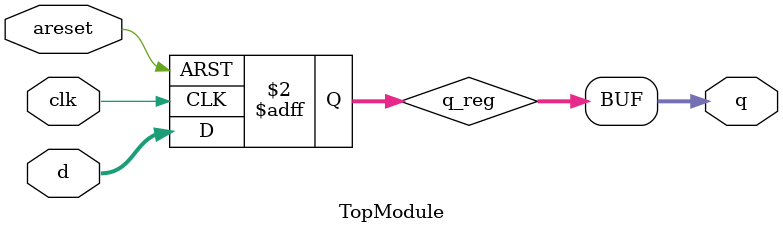
<source format=sv>

module TopModule (
    input clk,
    input areset,
    input [7:0] d,
    output reg [7:0] q
);

reg [7:0] q_reg;

always @(posedge clk or posedge areset)
begin
    if (areset)
        q_reg <= 8'b00000000;
    else
        q_reg <= d;
end

assign q = q_reg;

endmodule
</source>
